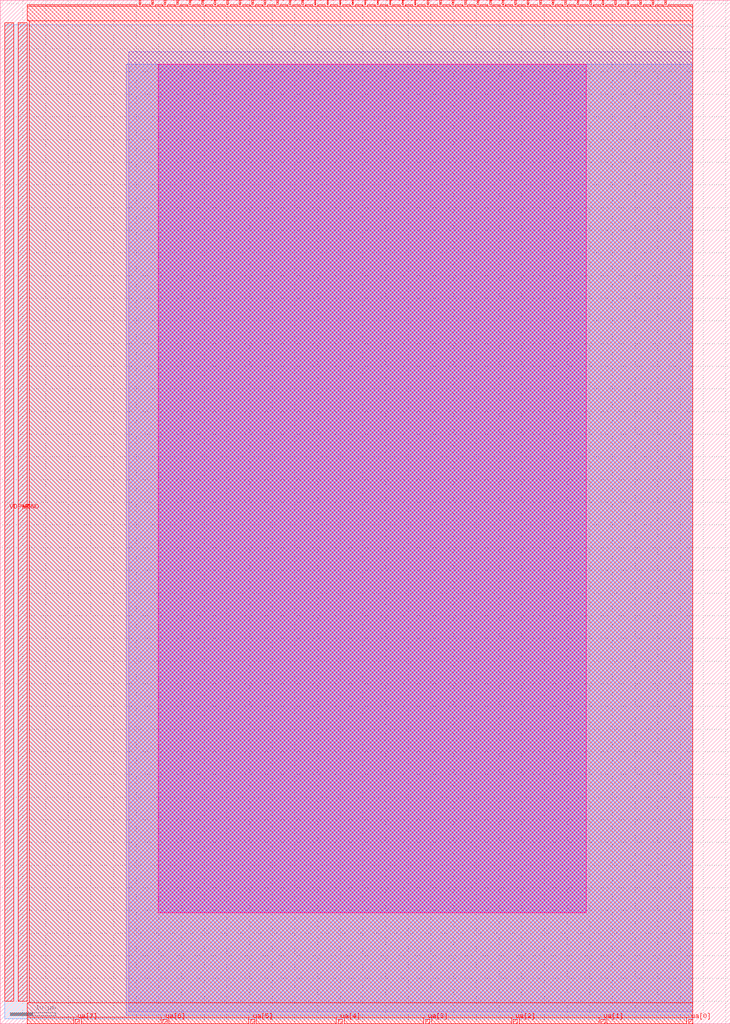
<source format=lef>
VERSION 5.7 ;
  NOWIREEXTENSIONATPIN ON ;
  DIVIDERCHAR "/" ;
  BUSBITCHARS "[]" ;
MACRO tt_um_13hihi31_tdc
  CLASS BLOCK ;
  FOREIGN tt_um_13hihi31_tdc ;
  ORIGIN 0.000 0.000 ;
  SIZE 161.000 BY 225.760 ;
  PIN clk
    DIRECTION INPUT ;
    USE SIGNAL ;
    PORT
      LAYER met4 ;
        RECT 143.830 224.760 144.130 225.760 ;
    END
  END clk
  PIN ena
    DIRECTION INPUT ;
    USE SIGNAL ;
    PORT
      LAYER met4 ;
        RECT 146.590 224.760 146.890 225.760 ;
    END
  END ena
  PIN rst_n
    DIRECTION INPUT ;
    USE SIGNAL ;
    PORT
      LAYER met4 ;
        RECT 141.070 224.760 141.370 225.760 ;
    END
  END rst_n
  PIN ua[0]
    DIRECTION INOUT ;
    USE SIGNAL ;
    ANTENNAGATEAREA 1.500000 ;
    PORT
      LAYER met4 ;
        RECT 151.810 0.000 152.710 1.000 ;
    END
  END ua[0]
  PIN ua[1]
    DIRECTION INOUT ;
    USE SIGNAL ;
    PORT
      LAYER met4 ;
        RECT 132.490 0.000 133.390 1.000 ;
    END
  END ua[1]
  PIN ua[2]
    DIRECTION INOUT ;
    USE SIGNAL ;
    PORT
      LAYER met4 ;
        RECT 113.170 0.000 114.070 1.000 ;
    END
  END ua[2]
  PIN ua[3]
    DIRECTION INOUT ;
    USE SIGNAL ;
    PORT
      LAYER met4 ;
        RECT 93.850 0.000 94.750 1.000 ;
    END
  END ua[3]
  PIN ua[4]
    DIRECTION INOUT ;
    USE SIGNAL ;
    PORT
      LAYER met4 ;
        RECT 74.530 0.000 75.430 1.000 ;
    END
  END ua[4]
  PIN ua[5]
    DIRECTION INOUT ;
    USE SIGNAL ;
    PORT
      LAYER met4 ;
        RECT 55.210 0.000 56.110 1.000 ;
    END
  END ua[5]
  PIN ua[6]
    DIRECTION INOUT ;
    USE SIGNAL ;
    PORT
      LAYER met4 ;
        RECT 35.890 0.000 36.790 1.000 ;
    END
  END ua[6]
  PIN ua[7]
    DIRECTION INOUT ;
    USE SIGNAL ;
    PORT
      LAYER met4 ;
        RECT 16.570 0.000 17.470 1.000 ;
    END
  END ua[7]
  PIN ui_in[0]
    DIRECTION INPUT ;
    USE SIGNAL ;
    ANTENNAGATEAREA 0.300000 ;
    PORT
      LAYER met4 ;
        RECT 138.310 224.760 138.610 225.760 ;
    END
  END ui_in[0]
  PIN ui_in[1]
    DIRECTION INPUT ;
    USE SIGNAL ;
    ANTENNAGATEAREA 0.300000 ;
    PORT
      LAYER met4 ;
        RECT 135.550 224.760 135.850 225.760 ;
    END
  END ui_in[1]
  PIN ui_in[2]
    DIRECTION INPUT ;
    USE SIGNAL ;
    ANTENNAGATEAREA 0.300000 ;
    PORT
      LAYER met4 ;
        RECT 132.790 224.760 133.090 225.760 ;
    END
  END ui_in[2]
  PIN ui_in[3]
    DIRECTION INPUT ;
    USE SIGNAL ;
    ANTENNAGATEAREA 0.300000 ;
    PORT
      LAYER met4 ;
        RECT 130.030 224.760 130.330 225.760 ;
    END
  END ui_in[3]
  PIN ui_in[4]
    DIRECTION INPUT ;
    USE SIGNAL ;
    ANTENNAGATEAREA 2.400000 ;
    PORT
      LAYER met4 ;
        RECT 127.270 224.760 127.570 225.760 ;
    END
  END ui_in[4]
  PIN ui_in[5]
    DIRECTION INPUT ;
    USE SIGNAL ;
    ANTENNAGATEAREA 2.400000 ;
    PORT
      LAYER met4 ;
        RECT 124.510 224.760 124.810 225.760 ;
    END
  END ui_in[5]
  PIN ui_in[6]
    DIRECTION INPUT ;
    USE SIGNAL ;
    ANTENNAGATEAREA 2.400000 ;
    PORT
      LAYER met4 ;
        RECT 121.750 224.760 122.050 225.760 ;
    END
  END ui_in[6]
  PIN ui_in[7]
    DIRECTION INPUT ;
    USE SIGNAL ;
    ANTENNAGATEAREA 2.400000 ;
    PORT
      LAYER met4 ;
        RECT 118.990 224.760 119.290 225.760 ;
    END
  END ui_in[7]
  PIN uio_in[0]
    DIRECTION INPUT ;
    USE SIGNAL ;
    ANTENNAGATEAREA 2.400000 ;
    PORT
      LAYER met4 ;
        RECT 116.230 224.760 116.530 225.760 ;
    END
  END uio_in[0]
  PIN uio_in[1]
    DIRECTION INPUT ;
    USE SIGNAL ;
    ANTENNAGATEAREA 0.300000 ;
    PORT
      LAYER met4 ;
        RECT 113.470 224.760 113.770 225.760 ;
    END
  END uio_in[1]
  PIN uio_in[2]
    DIRECTION INPUT ;
    USE SIGNAL ;
    ANTENNAGATEAREA 0.300000 ;
    PORT
      LAYER met4 ;
        RECT 110.710 224.760 111.010 225.760 ;
    END
  END uio_in[2]
  PIN uio_in[3]
    DIRECTION INPUT ;
    USE SIGNAL ;
    ANTENNAGATEAREA 0.300000 ;
    PORT
      LAYER met4 ;
        RECT 107.950 224.760 108.250 225.760 ;
    END
  END uio_in[3]
  PIN uio_in[4]
    DIRECTION INPUT ;
    USE SIGNAL ;
    ANTENNAGATEAREA 0.300000 ;
    PORT
      LAYER met4 ;
        RECT 105.190 224.760 105.490 225.760 ;
    END
  END uio_in[4]
  PIN uio_in[5]
    DIRECTION INPUT ;
    USE SIGNAL ;
    ANTENNAGATEAREA 0.750000 ;
    PORT
      LAYER met4 ;
        RECT 102.430 224.760 102.730 225.760 ;
    END
  END uio_in[5]
  PIN uio_in[6]
    DIRECTION INPUT ;
    USE SIGNAL ;
    ANTENNAGATEAREA 1.200000 ;
    ANTENNADIFFAREA 432.512604 ;
    PORT
      LAYER met4 ;
        RECT 99.670 224.760 99.970 225.760 ;
    END
  END uio_in[6]
  PIN uio_in[7]
    DIRECTION INPUT ;
    USE SIGNAL ;
    ANTENNAGATEAREA 1.200000 ;
    ANTENNADIFFAREA 432.512604 ;
    PORT
      LAYER met4 ;
        RECT 96.910 224.760 97.210 225.760 ;
    END
  END uio_in[7]
  PIN uio_oe[0]
    DIRECTION OUTPUT ;
    USE SIGNAL ;
    ANTENNAGATEAREA 1.200000 ;
    ANTENNADIFFAREA 432.512604 ;
    PORT
      LAYER met4 ;
        RECT 49.990 224.760 50.290 225.760 ;
    END
  END uio_oe[0]
  PIN uio_oe[1]
    DIRECTION OUTPUT ;
    USE SIGNAL ;
    ANTENNAGATEAREA 1.200000 ;
    ANTENNADIFFAREA 432.512604 ;
    PORT
      LAYER met4 ;
        RECT 47.230 224.760 47.530 225.760 ;
    END
  END uio_oe[1]
  PIN uio_oe[2]
    DIRECTION OUTPUT ;
    USE SIGNAL ;
    ANTENNAGATEAREA 1.200000 ;
    ANTENNADIFFAREA 432.512604 ;
    PORT
      LAYER met4 ;
        RECT 44.470 224.760 44.770 225.760 ;
    END
  END uio_oe[2]
  PIN uio_oe[3]
    DIRECTION OUTPUT ;
    USE SIGNAL ;
    ANTENNAGATEAREA 1.200000 ;
    ANTENNADIFFAREA 432.512604 ;
    PORT
      LAYER met4 ;
        RECT 41.710 224.760 42.010 225.760 ;
    END
  END uio_oe[3]
  PIN uio_oe[4]
    DIRECTION OUTPUT ;
    USE SIGNAL ;
    ANTENNAGATEAREA 1.200000 ;
    ANTENNADIFFAREA 432.512604 ;
    PORT
      LAYER met4 ;
        RECT 38.950 224.760 39.250 225.760 ;
    END
  END uio_oe[4]
  PIN uio_oe[5]
    DIRECTION OUTPUT ;
    USE SIGNAL ;
    ANTENNAGATEAREA 1.200000 ;
    ANTENNADIFFAREA 432.512604 ;
    PORT
      LAYER met4 ;
        RECT 36.190 224.760 36.490 225.760 ;
    END
  END uio_oe[5]
  PIN uio_oe[6]
    DIRECTION OUTPUT ;
    USE SIGNAL ;
    ANTENNAGATEAREA 1.200000 ;
    ANTENNADIFFAREA 432.512604 ;
    PORT
      LAYER met4 ;
        RECT 33.430 224.760 33.730 225.760 ;
    END
  END uio_oe[6]
  PIN uio_oe[7]
    DIRECTION OUTPUT ;
    USE SIGNAL ;
    ANTENNAGATEAREA 1.200000 ;
    ANTENNADIFFAREA 432.512604 ;
    PORT
      LAYER met4 ;
        RECT 30.670 224.760 30.970 225.760 ;
    END
  END uio_oe[7]
  PIN uio_out[0]
    DIRECTION OUTPUT ;
    USE SIGNAL ;
    ANTENNAGATEAREA 1.200000 ;
    ANTENNADIFFAREA 432.512604 ;
    PORT
      LAYER met4 ;
        RECT 72.070 224.760 72.370 225.760 ;
    END
  END uio_out[0]
  PIN uio_out[1]
    DIRECTION OUTPUT ;
    USE SIGNAL ;
    ANTENNAGATEAREA 1.200000 ;
    ANTENNADIFFAREA 432.512604 ;
    PORT
      LAYER met4 ;
        RECT 69.310 224.760 69.610 225.760 ;
    END
  END uio_out[1]
  PIN uio_out[2]
    DIRECTION OUTPUT ;
    USE SIGNAL ;
    ANTENNAGATEAREA 1.200000 ;
    ANTENNADIFFAREA 432.512604 ;
    PORT
      LAYER met4 ;
        RECT 66.550 224.760 66.850 225.760 ;
    END
  END uio_out[2]
  PIN uio_out[3]
    DIRECTION OUTPUT ;
    USE SIGNAL ;
    ANTENNAGATEAREA 1.200000 ;
    ANTENNADIFFAREA 432.512604 ;
    PORT
      LAYER met4 ;
        RECT 63.790 224.760 64.090 225.760 ;
    END
  END uio_out[3]
  PIN uio_out[4]
    DIRECTION OUTPUT ;
    USE SIGNAL ;
    ANTENNAGATEAREA 1.200000 ;
    ANTENNADIFFAREA 432.512604 ;
    PORT
      LAYER met4 ;
        RECT 61.030 224.760 61.330 225.760 ;
    END
  END uio_out[4]
  PIN uio_out[5]
    DIRECTION OUTPUT ;
    USE SIGNAL ;
    ANTENNAGATEAREA 1.200000 ;
    ANTENNADIFFAREA 432.512604 ;
    PORT
      LAYER met4 ;
        RECT 58.270 224.760 58.570 225.760 ;
    END
  END uio_out[5]
  PIN uio_out[6]
    DIRECTION OUTPUT ;
    USE SIGNAL ;
    ANTENNAGATEAREA 1.200000 ;
    ANTENNADIFFAREA 432.512604 ;
    PORT
      LAYER met4 ;
        RECT 55.510 224.760 55.810 225.760 ;
    END
  END uio_out[6]
  PIN uio_out[7]
    DIRECTION OUTPUT ;
    USE SIGNAL ;
    ANTENNAGATEAREA 1.200000 ;
    ANTENNADIFFAREA 432.512604 ;
    PORT
      LAYER met4 ;
        RECT 52.750 224.760 53.050 225.760 ;
    END
  END uio_out[7]
  PIN uo_out[0]
    DIRECTION OUTPUT ;
    USE SIGNAL ;
    ANTENNAGATEAREA 0.600000 ;
    ANTENNADIFFAREA 1.160000 ;
    PORT
      LAYER met4 ;
        RECT 94.150 224.760 94.450 225.760 ;
    END
  END uo_out[0]
  PIN uo_out[1]
    DIRECTION OUTPUT ;
    USE SIGNAL ;
    ANTENNAGATEAREA 0.600000 ;
    ANTENNADIFFAREA 1.160000 ;
    PORT
      LAYER met4 ;
        RECT 91.390 224.760 91.690 225.760 ;
    END
  END uo_out[1]
  PIN uo_out[2]
    DIRECTION OUTPUT ;
    USE SIGNAL ;
    ANTENNAGATEAREA 0.600000 ;
    ANTENNADIFFAREA 1.160000 ;
    PORT
      LAYER met4 ;
        RECT 88.630 224.760 88.930 225.760 ;
    END
  END uo_out[2]
  PIN uo_out[3]
    DIRECTION OUTPUT ;
    USE SIGNAL ;
    ANTENNAGATEAREA 0.600000 ;
    ANTENNADIFFAREA 1.160000 ;
    PORT
      LAYER met4 ;
        RECT 85.870 224.760 86.170 225.760 ;
    END
  END uo_out[3]
  PIN uo_out[4]
    DIRECTION OUTPUT ;
    USE SIGNAL ;
    ANTENNAGATEAREA 0.600000 ;
    ANTENNADIFFAREA 1.160000 ;
    PORT
      LAYER met4 ;
        RECT 83.110 224.760 83.410 225.760 ;
    END
  END uo_out[4]
  PIN uo_out[5]
    DIRECTION OUTPUT ;
    USE SIGNAL ;
    ANTENNAGATEAREA 0.600000 ;
    ANTENNADIFFAREA 1.160000 ;
    PORT
      LAYER met4 ;
        RECT 80.350 224.760 80.650 225.760 ;
    END
  END uo_out[5]
  PIN uo_out[6]
    DIRECTION OUTPUT ;
    USE SIGNAL ;
    ANTENNAGATEAREA 0.600000 ;
    ANTENNADIFFAREA 1.160000 ;
    PORT
      LAYER met4 ;
        RECT 77.590 224.760 77.890 225.760 ;
    END
  END uo_out[6]
  PIN uo_out[7]
    DIRECTION OUTPUT ;
    USE SIGNAL ;
    ANTENNAGATEAREA 0.600000 ;
    ANTENNADIFFAREA 1.160000 ;
    PORT
      LAYER met4 ;
        RECT 74.830 224.760 75.130 225.760 ;
    END
  END uo_out[7]
  PIN VDPWR
    DIRECTION INOUT ;
    USE POWER ;
    PORT
      LAYER met4 ;
        RECT 1.000 5.000 3.000 220.760 ;
    END
  END VDPWR
  PIN VGND
    DIRECTION INOUT ;
    USE GROUND ;
    PORT
      LAYER met4 ;
        RECT 4.000 5.000 6.000 220.760 ;
    END
  END VGND
  OBS
      LAYER nwell ;
        RECT 34.860 24.470 129.200 211.650 ;
      LAYER li1 ;
        RECT 35.040 24.650 129.200 211.650 ;
      LAYER met1 ;
        RECT 28.350 2.650 152.700 214.360 ;
      LAYER met2 ;
        RECT 27.790 1.900 152.700 211.650 ;
      LAYER met3 ;
        RECT 0.990 1.150 152.700 220.320 ;
      LAYER met4 ;
        RECT 6.000 224.360 30.270 224.760 ;
        RECT 31.370 224.360 33.030 224.760 ;
        RECT 34.130 224.360 35.790 224.760 ;
        RECT 36.890 224.360 38.550 224.760 ;
        RECT 39.650 224.360 41.310 224.760 ;
        RECT 42.410 224.360 44.070 224.760 ;
        RECT 45.170 224.360 46.830 224.760 ;
        RECT 47.930 224.360 49.590 224.760 ;
        RECT 50.690 224.360 52.350 224.760 ;
        RECT 53.450 224.360 55.110 224.760 ;
        RECT 56.210 224.360 57.870 224.760 ;
        RECT 58.970 224.360 60.630 224.760 ;
        RECT 61.730 224.360 63.390 224.760 ;
        RECT 64.490 224.360 66.150 224.760 ;
        RECT 67.250 224.360 68.910 224.760 ;
        RECT 70.010 224.360 71.670 224.760 ;
        RECT 72.770 224.360 74.430 224.760 ;
        RECT 75.530 224.360 77.190 224.760 ;
        RECT 78.290 224.360 79.950 224.760 ;
        RECT 81.050 224.360 82.710 224.760 ;
        RECT 83.810 224.360 85.470 224.760 ;
        RECT 86.570 224.360 88.230 224.760 ;
        RECT 89.330 224.360 90.990 224.760 ;
        RECT 92.090 224.360 93.750 224.760 ;
        RECT 94.850 224.360 96.510 224.760 ;
        RECT 97.610 224.360 99.270 224.760 ;
        RECT 100.370 224.360 102.030 224.760 ;
        RECT 103.130 224.360 104.790 224.760 ;
        RECT 105.890 224.360 107.550 224.760 ;
        RECT 108.650 224.360 110.310 224.760 ;
        RECT 111.410 224.360 113.070 224.760 ;
        RECT 114.170 224.360 115.830 224.760 ;
        RECT 116.930 224.360 118.590 224.760 ;
        RECT 119.690 224.360 121.350 224.760 ;
        RECT 122.450 224.360 124.110 224.760 ;
        RECT 125.210 224.360 126.870 224.760 ;
        RECT 127.970 224.360 129.630 224.760 ;
        RECT 130.730 224.360 132.390 224.760 ;
        RECT 133.490 224.360 135.150 224.760 ;
        RECT 136.250 224.360 137.910 224.760 ;
        RECT 139.010 224.360 140.670 224.760 ;
        RECT 141.770 224.360 143.430 224.760 ;
        RECT 144.530 224.360 146.190 224.760 ;
        RECT 147.290 224.360 152.730 224.760 ;
        RECT 6.000 221.160 152.730 224.360 ;
        RECT 6.400 4.600 152.730 221.160 ;
        RECT 6.000 1.400 152.730 4.600 ;
        RECT 6.000 0.000 16.170 1.400 ;
        RECT 17.870 0.000 35.490 1.400 ;
        RECT 37.190 0.000 54.810 1.400 ;
        RECT 56.510 0.000 74.130 1.400 ;
        RECT 75.830 0.000 93.450 1.400 ;
        RECT 95.150 0.000 112.770 1.400 ;
        RECT 114.470 0.000 132.090 1.400 ;
        RECT 133.790 0.000 151.410 1.400 ;
  END
END tt_um_13hihi31_tdc
END LIBRARY


</source>
